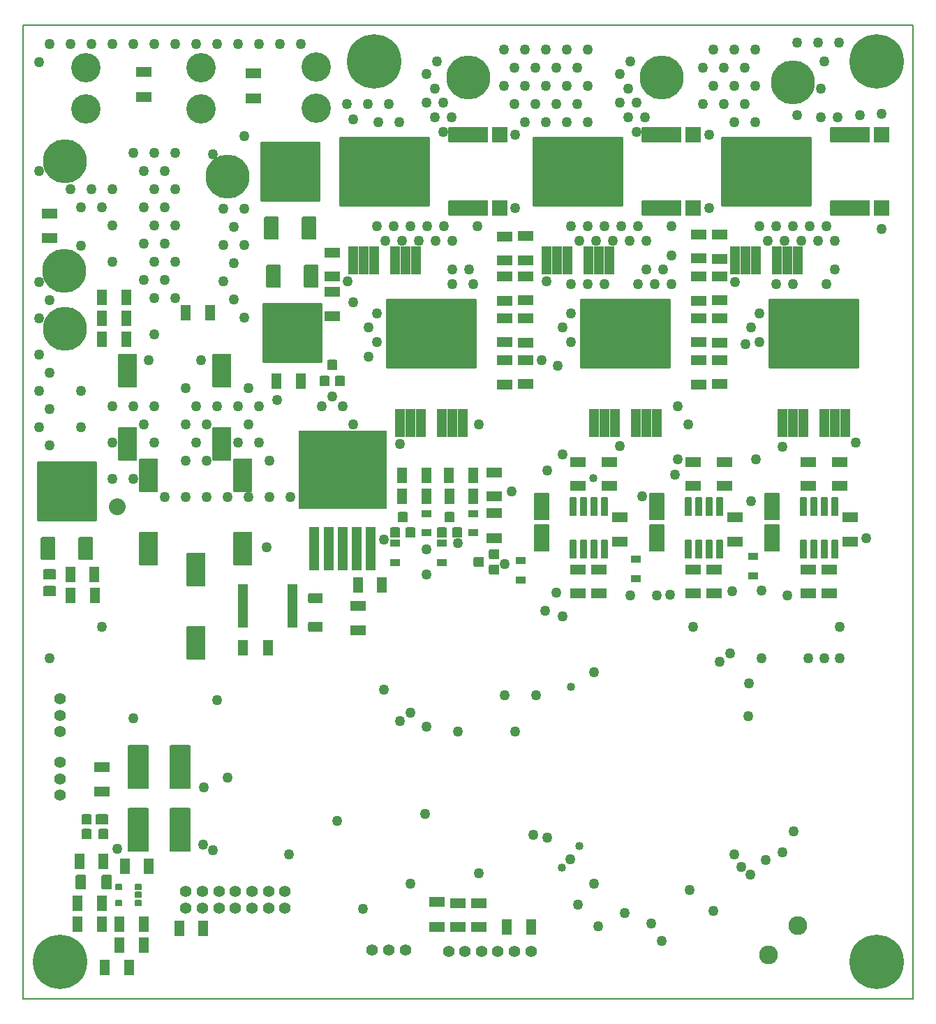
<source format=gbr>
G04 PROTEUS GERBER X2 FILE*
%TF.GenerationSoftware,Labcenter,Proteus,8.7-SP3-Build25561*%
%TF.CreationDate,2021-06-23T20:43:36+00:00*%
%TF.FileFunction,Soldermask,Top*%
%TF.FilePolarity,Negative*%
%TF.Part,Single*%
%TF.SameCoordinates,{72a0a031-abb8-4097-8df3-996e39d3871e}*%
%FSLAX45Y45*%
%MOMM*%
G01*
%TA.AperFunction,Material*%
%ADD74C,1.270000*%
%ADD75C,2.032000*%
%ADD76C,1.016000*%
%AMPPAD067*
4,1,36,
-0.457200,1.727200,
0.457200,1.727200,
0.483170,1.724670,
0.507180,1.717400,
0.528780,1.705850,
0.547490,1.690490,
0.562850,1.671770,
0.574400,1.650180,
0.581670,1.626170,
0.584200,1.600200,
0.584200,-1.600200,
0.581670,-1.626170,
0.574400,-1.650180,
0.562850,-1.671770,
0.547490,-1.690490,
0.528780,-1.705850,
0.507180,-1.717400,
0.483170,-1.724670,
0.457200,-1.727200,
-0.457200,-1.727200,
-0.483170,-1.724670,
-0.507180,-1.717400,
-0.528780,-1.705850,
-0.547490,-1.690490,
-0.562850,-1.671770,
-0.574400,-1.650180,
-0.581670,-1.626170,
-0.584200,-1.600200,
-0.584200,1.600200,
-0.581670,1.626170,
-0.574400,1.650180,
-0.562850,1.671770,
-0.547490,1.690490,
-0.528780,1.705850,
-0.507180,1.717400,
-0.483170,1.724670,
-0.457200,1.727200,
0*%
%TA.AperFunction,Material*%
%ADD77PPAD067*%
%AMPPAD068*
4,1,36,
-5.397500,4.203700,
5.397500,4.203700,
5.423470,4.201170,
5.447480,4.193900,
5.469080,4.182350,
5.487790,4.166990,
5.503150,4.148270,
5.514700,4.126680,
5.521970,4.102670,
5.524500,4.076700,
5.524500,-4.076700,
5.521970,-4.102670,
5.514700,-4.126680,
5.503150,-4.148270,
5.487790,-4.166990,
5.469080,-4.182350,
5.447480,-4.193900,
5.423470,-4.201170,
5.397500,-4.203700,
-5.397500,-4.203700,
-5.423470,-4.201170,
-5.447480,-4.193900,
-5.469080,-4.182350,
-5.487790,-4.166990,
-5.503150,-4.148270,
-5.514700,-4.126680,
-5.521970,-4.102670,
-5.524500,-4.076700,
-5.524500,4.076700,
-5.521970,4.102670,
-5.514700,4.126680,
-5.503150,4.148270,
-5.487790,4.166990,
-5.469080,4.182350,
-5.447480,4.193900,
-5.423470,4.201170,
-5.397500,4.203700,
0*%
%ADD78PPAD068*%
%AMPPAD069*
4,1,36,
2.413000,0.825500,
2.413000,-0.825500,
2.410470,-0.851470,
2.403200,-0.875480,
2.391650,-0.897080,
2.376290,-0.915790,
2.357570,-0.931150,
2.335980,-0.942700,
2.311970,-0.949970,
2.286000,-0.952500,
-2.286000,-0.952500,
-2.311970,-0.949970,
-2.335980,-0.942700,
-2.357570,-0.931150,
-2.376290,-0.915790,
-2.391650,-0.897080,
-2.403200,-0.875480,
-2.410470,-0.851470,
-2.413000,-0.825500,
-2.413000,0.825500,
-2.410470,0.851470,
-2.403200,0.875480,
-2.391650,0.897080,
-2.376290,0.915790,
-2.357570,0.931150,
-2.335980,0.942700,
-2.311970,0.949970,
-2.286000,0.952500,
2.286000,0.952500,
2.311970,0.949970,
2.335980,0.942700,
2.357570,0.931150,
2.376290,0.915790,
2.391650,0.897080,
2.403200,0.875480,
2.410470,0.851470,
2.413000,0.825500,
0*%
%TA.AperFunction,Material*%
%ADD79PPAD069*%
%AMPPAD070*
4,1,36,
0.952500,0.825500,
0.952500,-0.825500,
0.949970,-0.851470,
0.942700,-0.875480,
0.931150,-0.897080,
0.915790,-0.915790,
0.897070,-0.931150,
0.875480,-0.942700,
0.851470,-0.949970,
0.825500,-0.952500,
-0.825500,-0.952500,
-0.851470,-0.949970,
-0.875480,-0.942700,
-0.897070,-0.931150,
-0.915790,-0.915790,
-0.931150,-0.897080,
-0.942700,-0.875480,
-0.949970,-0.851470,
-0.952500,-0.825500,
-0.952500,0.825500,
-0.949970,0.851470,
-0.942700,0.875480,
-0.931150,0.897080,
-0.915790,0.915790,
-0.897070,0.931150,
-0.875480,0.942700,
-0.851470,0.949970,
-0.825500,0.952500,
0.825500,0.952500,
0.851470,0.949970,
0.875480,0.942700,
0.897070,0.931150,
0.915790,0.915790,
0.931150,0.897080,
0.942700,0.875480,
0.949970,0.851470,
0.952500,0.825500,
0*%
%ADD80PPAD070*%
%TA.AperFunction,Material*%
%ADD81C,5.334000*%
%AMPPAD072*
4,1,36,
3.492500,-3.619500,
-3.492500,-3.619500,
-3.518470,-3.616970,
-3.542480,-3.609700,
-3.564080,-3.598150,
-3.582790,-3.582790,
-3.598150,-3.564070,
-3.609700,-3.542480,
-3.616970,-3.518470,
-3.619500,-3.492500,
-3.619500,3.492500,
-3.616970,3.518470,
-3.609700,3.542480,
-3.598150,3.564070,
-3.582790,3.582790,
-3.564080,3.598150,
-3.542480,3.609700,
-3.518470,3.616970,
-3.492500,3.619500,
3.492500,3.619500,
3.518470,3.616970,
3.542480,3.609700,
3.564080,3.598150,
3.582790,3.582790,
3.598150,3.564070,
3.609700,3.542480,
3.616970,3.518470,
3.619500,3.492500,
3.619500,-3.492500,
3.616970,-3.518470,
3.609700,-3.542480,
3.598150,-3.564070,
3.582790,-3.582790,
3.564080,-3.598150,
3.542480,-3.609700,
3.518470,-3.616970,
3.492500,-3.619500,
0*%
%TA.AperFunction,Material*%
%ADD82PPAD072*%
%AMPPAD073*
4,1,36,
0.762000,-1.397000,
-0.762000,-1.397000,
-0.787970,-1.394470,
-0.811980,-1.387200,
-0.833580,-1.375650,
-0.852290,-1.360290,
-0.867650,-1.341570,
-0.879200,-1.319980,
-0.886470,-1.295970,
-0.889000,-1.270000,
-0.889000,1.270000,
-0.886470,1.295970,
-0.879200,1.319980,
-0.867650,1.341570,
-0.852290,1.360290,
-0.833580,1.375650,
-0.811980,1.387200,
-0.787970,1.394470,
-0.762000,1.397000,
0.762000,1.397000,
0.787970,1.394470,
0.811980,1.387200,
0.833580,1.375650,
0.852290,1.360290,
0.867650,1.341570,
0.879200,1.319980,
0.886470,1.295970,
0.889000,1.270000,
0.889000,-1.270000,
0.886470,-1.295970,
0.879200,-1.319980,
0.867650,-1.341570,
0.852290,-1.360290,
0.833580,-1.375650,
0.811980,-1.387200,
0.787970,-1.394470,
0.762000,-1.397000,
0*%
%ADD83PPAD073*%
%AMPPAD074*
4,1,36,
-1.016000,2.032000,
1.016000,2.032000,
1.041970,2.029470,
1.065980,2.022200,
1.087580,2.010650,
1.106290,1.995290,
1.121650,1.976570,
1.133200,1.954980,
1.140470,1.930970,
1.143000,1.905000,
1.143000,-1.905000,
1.140470,-1.930970,
1.133200,-1.954980,
1.121650,-1.976570,
1.106290,-1.995290,
1.087580,-2.010650,
1.065980,-2.022200,
1.041970,-2.029470,
1.016000,-2.032000,
-1.016000,-2.032000,
-1.041970,-2.029470,
-1.065980,-2.022200,
-1.087580,-2.010650,
-1.106290,-1.995290,
-1.121650,-1.976570,
-1.133200,-1.954980,
-1.140470,-1.930970,
-1.143000,-1.905000,
-1.143000,1.905000,
-1.140470,1.930970,
-1.133200,1.954980,
-1.121650,1.976570,
-1.106290,1.995290,
-1.087580,2.010650,
-1.065980,2.022200,
-1.041970,2.029470,
-1.016000,2.032000,
0*%
%TA.AperFunction,Material*%
%ADD84PPAD074*%
%AMPPAD075*
4,1,36,
-0.762000,-0.508000,
-0.762000,0.508000,
-0.759470,0.533970,
-0.752200,0.557980,
-0.740650,0.579580,
-0.725290,0.598290,
-0.706570,0.613650,
-0.684980,0.625200,
-0.660970,0.632470,
-0.635000,0.635000,
0.635000,0.635000,
0.660970,0.632470,
0.684980,0.625200,
0.706570,0.613650,
0.725290,0.598290,
0.740650,0.579580,
0.752200,0.557980,
0.759470,0.533970,
0.762000,0.508000,
0.762000,-0.508000,
0.759470,-0.533970,
0.752200,-0.557980,
0.740650,-0.579580,
0.725290,-0.598290,
0.706570,-0.613650,
0.684980,-0.625200,
0.660970,-0.632470,
0.635000,-0.635000,
-0.635000,-0.635000,
-0.660970,-0.632470,
-0.684980,-0.625200,
-0.706570,-0.613650,
-0.725290,-0.598290,
-0.740650,-0.579580,
-0.752200,-0.557980,
-0.759470,-0.533970,
-0.762000,-0.508000,
0*%
%ADD85PPAD075*%
%AMPPAD076*
4,1,4,
-0.571500,0.901700,
0.571500,0.901700,
0.571500,-0.901700,
-0.571500,-0.901700,
-0.571500,0.901700,
0*%
%ADD86PPAD076*%
%AMPPAD077*
4,1,4,
-0.571500,2.603500,
0.571500,2.603500,
0.571500,-2.603500,
-0.571500,-2.603500,
-0.571500,2.603500,
0*%
%TA.AperFunction,Material*%
%ADD87PPAD077*%
%AMPPAD078*
4,1,4,
-5.372100,-4.775200,
-5.372100,4.775200,
5.372100,4.775200,
5.372100,-4.775200,
-5.372100,-4.775200,
0*%
%ADD88PPAD078*%
%AMPPAD079*
4,1,4,
0.596900,-2.654300,
-0.596900,-2.654300,
-0.596900,2.654300,
0.596900,2.654300,
0.596900,-2.654300,
0*%
%TA.AperFunction,Material*%
%ADD89PPAD079*%
%AMPPAD080*
4,1,36,
-0.889000,-0.444500,
-0.889000,0.444500,
-0.886470,0.470470,
-0.879200,0.494480,
-0.867650,0.516080,
-0.852290,0.534790,
-0.833570,0.550150,
-0.811980,0.561700,
-0.787970,0.568970,
-0.762000,0.571500,
0.762000,0.571500,
0.787970,0.568970,
0.811980,0.561700,
0.833570,0.550150,
0.852290,0.534790,
0.867650,0.516080,
0.879200,0.494480,
0.886470,0.470470,
0.889000,0.444500,
0.889000,-0.444500,
0.886470,-0.470470,
0.879200,-0.494480,
0.867650,-0.516080,
0.852290,-0.534790,
0.833570,-0.550150,
0.811980,-0.561700,
0.787970,-0.568970,
0.762000,-0.571500,
-0.762000,-0.571500,
-0.787970,-0.568970,
-0.811980,-0.561700,
-0.833570,-0.550150,
-0.852290,-0.534790,
-0.867650,-0.516080,
-0.879200,-0.494480,
-0.886470,-0.470470,
-0.889000,-0.444500,
0*%
%ADD90PPAD080*%
%AMPPAD081*
4,1,4,
0.901700,0.571500,
0.901700,-0.571500,
-0.901700,-0.571500,
-0.901700,0.571500,
0.901700,0.571500,
0*%
%ADD91PPAD081*%
%AMPPAD082*
4,1,36,
0.444500,-0.635000,
-0.444500,-0.635000,
-0.470470,-0.632470,
-0.494480,-0.625200,
-0.516080,-0.613650,
-0.534790,-0.598290,
-0.550150,-0.579570,
-0.561700,-0.557980,
-0.568970,-0.533970,
-0.571500,-0.508000,
-0.571500,0.508000,
-0.568970,0.533970,
-0.561700,0.557980,
-0.550150,0.579570,
-0.534790,0.598290,
-0.516080,0.613650,
-0.494480,0.625200,
-0.470470,0.632470,
-0.444500,0.635000,
0.444500,0.635000,
0.470470,0.632470,
0.494480,0.625200,
0.516080,0.613650,
0.534790,0.598290,
0.550150,0.579570,
0.561700,0.557980,
0.568970,0.533970,
0.571500,0.508000,
0.571500,-0.508000,
0.568970,-0.533970,
0.561700,-0.557980,
0.550150,-0.579570,
0.534790,-0.598290,
0.516080,-0.613650,
0.494480,-0.625200,
0.470470,-0.632470,
0.444500,-0.635000,
0*%
%TA.AperFunction,Material*%
%ADD92PPAD082*%
%AMPPAD083*
4,1,36,
0.317500,-1.143000,
-0.317500,-1.143000,
-0.343470,-1.140470,
-0.367480,-1.133200,
-0.389080,-1.121650,
-0.407790,-1.106290,
-0.423150,-1.087570,
-0.434700,-1.065980,
-0.441970,-1.041970,
-0.444500,-1.016000,
-0.444500,1.016000,
-0.441970,1.041970,
-0.434700,1.065980,
-0.423150,1.087570,
-0.407790,1.106290,
-0.389080,1.121650,
-0.367480,1.133200,
-0.343470,1.140470,
-0.317500,1.143000,
0.317500,1.143000,
0.343470,1.140470,
0.367480,1.133200,
0.389080,1.121650,
0.407790,1.106290,
0.423150,1.087570,
0.434700,1.065980,
0.441970,1.041970,
0.444500,1.016000,
0.444500,-1.016000,
0.441970,-1.041970,
0.434700,-1.065980,
0.423150,-1.087570,
0.407790,-1.106290,
0.389080,-1.121650,
0.367480,-1.133200,
0.343470,-1.140470,
0.317500,-1.143000,
0*%
%TA.AperFunction,Material*%
%ADD93PPAD083*%
%AMPPAD084*
4,1,36,
-0.825500,1.651000,
0.825500,1.651000,
0.851470,1.648470,
0.875480,1.641200,
0.897080,1.629650,
0.915790,1.614290,
0.931150,1.595570,
0.942700,1.573980,
0.949970,1.549970,
0.952500,1.524000,
0.952500,-1.524000,
0.949970,-1.549970,
0.942700,-1.573980,
0.931150,-1.595570,
0.915790,-1.614290,
0.897080,-1.629650,
0.875480,-1.641200,
0.851470,-1.648470,
0.825500,-1.651000,
-0.825500,-1.651000,
-0.851470,-1.648470,
-0.875480,-1.641200,
-0.897080,-1.629650,
-0.915790,-1.614290,
-0.931150,-1.595570,
-0.942700,-1.573980,
-0.949970,-1.549970,
-0.952500,-1.524000,
-0.952500,1.524000,
-0.949970,1.549970,
-0.942700,1.573980,
-0.931150,1.595570,
-0.915790,1.614290,
-0.897080,1.629650,
-0.875480,1.641200,
-0.851470,1.648470,
-0.825500,1.651000,
0*%
%TA.AperFunction,Material*%
%ADD94PPAD084*%
%AMPPAD085*
4,1,36,
0.571500,0.317500,
0.571500,-0.317500,
0.568970,-0.343470,
0.561700,-0.367480,
0.550150,-0.389080,
0.534790,-0.407790,
0.516070,-0.423150,
0.494480,-0.434700,
0.470470,-0.441970,
0.444500,-0.444500,
-0.444500,-0.444500,
-0.470470,-0.441970,
-0.494480,-0.434700,
-0.516070,-0.423150,
-0.534790,-0.407790,
-0.550150,-0.389080,
-0.561700,-0.367480,
-0.568970,-0.343470,
-0.571500,-0.317500,
-0.571500,0.317500,
-0.568970,0.343470,
-0.561700,0.367480,
-0.550150,0.389080,
-0.534790,0.407790,
-0.516070,0.423150,
-0.494480,0.434700,
-0.470470,0.441970,
-0.444500,0.444500,
0.444500,0.444500,
0.470470,0.441970,
0.494480,0.434700,
0.516070,0.423150,
0.534790,0.407790,
0.550150,0.389080,
0.561700,0.367480,
0.568970,0.343470,
0.571500,0.317500,
0*%
%ADD95PPAD085*%
%AMPPAD086*
4,1,36,
0.635000,0.444500,
0.635000,-0.444500,
0.632470,-0.470470,
0.625200,-0.494480,
0.613650,-0.516080,
0.598290,-0.534790,
0.579570,-0.550150,
0.557980,-0.561700,
0.533970,-0.568970,
0.508000,-0.571500,
-0.508000,-0.571500,
-0.533970,-0.568970,
-0.557980,-0.561700,
-0.579570,-0.550150,
-0.598290,-0.534790,
-0.613650,-0.516080,
-0.625200,-0.494480,
-0.632470,-0.470470,
-0.635000,-0.444500,
-0.635000,0.444500,
-0.632470,0.470470,
-0.625200,0.494480,
-0.613650,0.516080,
-0.598290,0.534790,
-0.579570,0.550150,
-0.557980,0.561700,
-0.533970,0.568970,
-0.508000,0.571500,
0.508000,0.571500,
0.533970,0.568970,
0.557980,0.561700,
0.579570,0.550150,
0.598290,0.534790,
0.613650,0.516080,
0.625200,0.494480,
0.632470,0.470470,
0.635000,0.444500,
0*%
%TA.AperFunction,Material*%
%ADD96PPAD086*%
%TA.AperFunction,Material*%
%ADD97C,2.286000*%
%TA.AperFunction,Material*%
%ADD98C,1.397000*%
%TA.AperFunction,Material*%
%ADD99C,3.556000*%
%AMPPAD090*
4,1,36,
-0.444500,-0.254000,
-0.444500,0.254000,
-0.441970,0.279970,
-0.434700,0.303980,
-0.423150,0.325580,
-0.407790,0.344290,
-0.389070,0.359650,
-0.367480,0.371200,
-0.343470,0.378470,
-0.317500,0.381000,
0.317500,0.381000,
0.343470,0.378470,
0.367480,0.371200,
0.389070,0.359650,
0.407790,0.344290,
0.423150,0.325580,
0.434700,0.303980,
0.441970,0.279970,
0.444500,0.254000,
0.444500,-0.254000,
0.441970,-0.279970,
0.434700,-0.303980,
0.423150,-0.325580,
0.407790,-0.344290,
0.389070,-0.359650,
0.367480,-0.371200,
0.343470,-0.378470,
0.317500,-0.381000,
-0.317500,-0.381000,
-0.343470,-0.378470,
-0.367480,-0.371200,
-0.389070,-0.359650,
-0.407790,-0.344290,
-0.423150,-0.325580,
-0.434700,-0.303980,
-0.441970,-0.279970,
-0.444500,-0.254000,
0*%
%TA.AperFunction,Material*%
%ADD100PPAD090*%
%AMPPAD091*
4,1,36,
-0.508000,0.889000,
0.508000,0.889000,
0.533970,0.886470,
0.557980,0.879200,
0.579580,0.867650,
0.598290,0.852290,
0.613650,0.833570,
0.625200,0.811980,
0.632470,0.787970,
0.635000,0.762000,
0.635000,-0.762000,
0.632470,-0.787970,
0.625200,-0.811980,
0.613650,-0.833570,
0.598290,-0.852290,
0.579580,-0.867650,
0.557980,-0.879200,
0.533970,-0.886470,
0.508000,-0.889000,
-0.508000,-0.889000,
-0.533970,-0.886470,
-0.557980,-0.879200,
-0.579580,-0.867650,
-0.598290,-0.852290,
-0.613650,-0.833570,
-0.625200,-0.811980,
-0.632470,-0.787970,
-0.635000,-0.762000,
-0.635000,0.762000,
-0.632470,0.787970,
-0.625200,0.811980,
-0.613650,0.833570,
-0.598290,0.852290,
-0.579580,0.867650,
-0.557980,0.879200,
-0.533970,0.886470,
-0.508000,0.889000,
0*%
%TA.AperFunction,Material*%
%ADD101PPAD091*%
%AMPPAD092*
4,1,36,
1.143000,-2.667000,
-1.143000,-2.667000,
-1.168970,-2.664470,
-1.192980,-2.657200,
-1.214580,-2.645650,
-1.233290,-2.630290,
-1.248650,-2.611570,
-1.260200,-2.589980,
-1.267470,-2.565970,
-1.270000,-2.540000,
-1.270000,2.540000,
-1.267470,2.565970,
-1.260200,2.589980,
-1.248650,2.611570,
-1.233290,2.630290,
-1.214580,2.645650,
-1.192980,2.657200,
-1.168970,2.664470,
-1.143000,2.667000,
1.143000,2.667000,
1.168970,2.664470,
1.192980,2.657200,
1.214580,2.645650,
1.233290,2.630290,
1.248650,2.611570,
1.260200,2.589980,
1.267470,2.565970,
1.270000,2.540000,
1.270000,-2.540000,
1.267470,-2.565970,
1.260200,-2.589980,
1.248650,-2.611570,
1.233290,-2.630290,
1.214580,-2.645650,
1.192980,-2.657200,
1.168970,-2.664470,
1.143000,-2.667000,
0*%
%TA.AperFunction,Material*%
%ADD102PPAD092*%
%TA.AperFunction,Material*%
%ADD103C,6.604000*%
%TA.AperFunction,Profile*%
%ADD47C,0.203200*%
%TD.AperFunction*%
D74*
X+3225800Y+1174750D03*
X+3479800Y+1174750D03*
X+5257800Y+1174750D03*
X+5511800Y+1174750D03*
X+5765800Y+1174750D03*
X+7543800Y+1174750D03*
X+7797800Y+1174750D03*
X+3098800Y+1394720D03*
X+3352800Y+1394720D03*
X+4876800Y+1394720D03*
X+5130800Y+1394720D03*
X+5384800Y+1394720D03*
X+5638800Y+1394720D03*
X+7162800Y+1394720D03*
X+7416800Y+1394720D03*
X+7670800Y+1394720D03*
X+4749800Y+1614690D03*
X+5003800Y+1614690D03*
X+5257800Y+1614690D03*
X+5511800Y+1614690D03*
X+5765800Y+1614690D03*
X+7289800Y+1614690D03*
X+7543800Y+1614690D03*
X+7797800Y+1614690D03*
X+4876800Y+1834660D03*
X+5130800Y+1834660D03*
X+5384800Y+1834660D03*
X+5638800Y+1834660D03*
X+7162800Y+1834660D03*
X+7416800Y+1834660D03*
X+7670800Y+1834660D03*
X+4749800Y+2054630D03*
X+5003800Y+2054630D03*
X+5257800Y+2054630D03*
X+5511800Y+2054630D03*
X+5765800Y+2054630D03*
X+7289800Y+2054630D03*
X+7543800Y+2054630D03*
X+7797800Y+2054630D03*
X+5562600Y-1497654D03*
X+5461000Y-1321678D03*
X+5562600Y-1145702D03*
X+5562600Y-793750D03*
X+5765800Y-793750D03*
X+5969000Y-793750D03*
X+6375400Y-793750D03*
X+6578600Y-793750D03*
X+6781800Y-793750D03*
X+6477000Y-617774D03*
X+6680200Y-617774D03*
X+6781800Y-441798D03*
X+5664200Y-265822D03*
X+5867400Y-265822D03*
X+6070600Y-265822D03*
X+6273800Y-265822D03*
X+6477000Y-265822D03*
X+5562600Y-89846D03*
X+5765800Y-89846D03*
X+5969000Y-89846D03*
X+6172200Y-89846D03*
X+6375400Y-89846D03*
X+6781800Y-89846D03*
X+7848600Y-1497654D03*
X+7747000Y-1321678D03*
X+7848600Y-1145702D03*
X+8051800Y-793750D03*
X+8255000Y-793750D03*
X+8661400Y-793750D03*
X+8763000Y-617774D03*
X+7950200Y-265822D03*
X+8153400Y-265822D03*
X+8356600Y-265822D03*
X+8559800Y-265822D03*
X+8763000Y-265822D03*
X+7848600Y-89846D03*
X+8051800Y-89846D03*
X+8255000Y-89846D03*
X+8458200Y-89846D03*
X+8661400Y-89846D03*
X+3213100Y-1497654D03*
X+3111500Y-1321678D03*
X+3213100Y-1145702D03*
X+4127500Y-617774D03*
X+4330700Y-617774D03*
X+3314700Y-265822D03*
X+3517900Y-265822D03*
X+3721100Y-265822D03*
X+3924300Y-265822D03*
X+4127500Y-265822D03*
X+3213100Y-89846D03*
X+3416300Y-89846D03*
X+3619500Y-89846D03*
X+3822700Y-89846D03*
X+4025900Y-89846D03*
X+4432300Y-89846D03*
X+4013200Y+1052310D03*
X+3911600Y+1228286D03*
X+4114800Y+1228286D03*
X+3810000Y+1404262D03*
X+4013200Y+1404262D03*
X+3911600Y+1580238D03*
X+3810000Y+1756214D03*
X+3937000Y+1905000D03*
X+8597900Y+1228286D03*
X+8801100Y+1228286D03*
X+8597900Y+1580238D03*
X+8636000Y+1905000D03*
X+6363969Y+1052310D03*
X+6262369Y+1228286D03*
X+6465569Y+1228286D03*
X+6160769Y+1404262D03*
X+6363969Y+1404262D03*
X+6262369Y+1580238D03*
X+6160769Y+1756214D03*
X+6286500Y+1905000D03*
X+7747000Y-3429000D03*
X+6428649Y-3363510D03*
X+9144000Y-3873500D03*
X+3111500Y-1673630D03*
X+4127500Y-793750D03*
X+4381500Y-793750D03*
X+5003800Y+1174750D03*
X-127000Y-4953000D03*
D75*
X+63500Y-3492500D03*
D74*
X+1870921Y-3983646D03*
X+1599186Y-1195100D03*
X+1472186Y-975130D03*
X+1345186Y-755160D03*
X+1472186Y-535190D03*
X+1345186Y-315220D03*
X+1599186Y-315220D03*
X+1472186Y-95250D03*
X+1345186Y+124720D03*
X+1599186Y+124720D03*
X+1218186Y+784630D03*
X+1599186Y+1004600D03*
X-762000Y-2746780D03*
X-889000Y-2526810D03*
X-381000Y-2526810D03*
X-762000Y-2306840D03*
X-889000Y-2086870D03*
X-381000Y-2086870D03*
X-762000Y-1866900D03*
X-889000Y-1646930D03*
X-889000Y-1206990D03*
X-762000Y-987020D03*
X-889000Y-767050D03*
X-381000Y-327110D03*
X+2844800Y+1394720D03*
X+8305800Y+1257545D03*
X+9067800Y+1257545D03*
X+8305800Y+2137425D03*
X+8559800Y+2137425D03*
X+8813800Y+2137425D03*
D76*
X+5837110Y-3144357D03*
X+5270500Y-3048000D03*
X+3302000Y-5715000D03*
X+7728521Y-5632686D03*
X+5456700Y-7874734D03*
X+5569161Y-5681557D03*
D74*
X+2921000Y+1206500D03*
X+4889500Y+1016000D03*
X+4889500Y+127000D03*
X+2857500Y-762000D03*
X+444500Y-1714500D03*
X+1079500Y-1714500D03*
X+2667000Y-2159000D03*
X+3492500Y-2730500D03*
X+5270500Y-762000D03*
X+9334500Y-127000D03*
X+9334500Y+1270000D03*
X+7556500Y-771119D03*
X+7239000Y+1016000D03*
X+7239000Y+127000D03*
X+7683500Y-1524000D03*
X+5207000Y-1714500D03*
X+6159500Y-2756319D03*
X+6858000Y-2921000D03*
X+7810500Y-2921000D03*
X+8130124Y-2765437D03*
X+9016592Y-2712654D03*
X+5461000Y-2857500D03*
X+5274900Y-3052400D03*
X+4842626Y-3311415D03*
X+6830053Y-3107255D03*
X+4191000Y-3937000D03*
X+4762500Y-4191000D03*
X+3300258Y-3889179D03*
X+1998796Y-2196106D03*
X+257824Y-6055893D03*
X+3300258Y-5713258D03*
X+3492500Y-6096000D03*
X+3621347Y-5992131D03*
X+1114864Y-6895947D03*
X+3041830Y-8368317D03*
X+3796742Y-7221787D03*
X+5108251Y-7477050D03*
X+5275203Y-7507387D03*
X+5651500Y-8318500D03*
X+5897832Y-8584805D03*
X+5847931Y-5496261D03*
X+5384021Y-4535575D03*
X+5253034Y-4755962D03*
X+5461000Y-4826000D03*
X+6286500Y-4572000D03*
X+6604000Y-4572000D03*
X+7519052Y-4519896D03*
X+7874000Y-4508500D03*
X+8636000Y-5334000D03*
X+8445500Y-5334000D03*
X+7930743Y-7773916D03*
X+8128000Y-7683500D03*
X+8264818Y-7429067D03*
X+7548436Y-7708194D03*
X+7630827Y-7859220D03*
X+7744835Y-7957584D03*
X+3810000Y-6159500D03*
X+5842000Y-8064500D03*
X+7493000Y-5270500D03*
X+7366836Y-5371819D03*
X+2148416Y-7711403D03*
X+3811743Y-4009908D03*
X+3810000Y-4318000D03*
X+6667500Y-8763000D03*
X+6214797Y-8425182D03*
X+3619500Y-8064500D03*
X+4445000Y-7937500D03*
X+1219412Y-7660924D03*
X+1270000Y-5842000D03*
X+2730500Y-7302500D03*
X+7001866Y-8138590D03*
X+6535347Y-8548492D03*
X-762000Y-5334000D03*
X+7296770Y-8399453D03*
X+6765489Y-4563361D03*
D76*
X+5670519Y-7606818D03*
D74*
X+8191500Y-4572000D03*
X+7874000Y-5334000D03*
X+7726841Y-5634366D03*
X+7713985Y-6031803D03*
X+5557689Y-7773118D03*
X+2921000Y-1016000D03*
X+5401014Y-1783053D03*
X+635000Y-3378275D03*
X+889000Y-3378275D03*
X+1143000Y-3378275D03*
X+1397000Y-3378275D03*
X+1651000Y-3378275D03*
X+1905000Y-3378275D03*
X+2159000Y-3378275D03*
X+0Y-3158305D03*
X+254000Y-3158305D03*
X+889000Y-2938335D03*
X+1143000Y-2938335D03*
X+1905000Y-2938335D03*
X+0Y-2718365D03*
X+508000Y-2718365D03*
X+1016000Y-2718365D03*
X+1524000Y-2718365D03*
X+1778000Y-2718365D03*
X+381000Y-2498395D03*
X+889000Y-2498395D03*
X+1143000Y-2498395D03*
X+1651000Y-2498395D03*
X+2921000Y-2498395D03*
X+4445000Y-2498395D03*
X+6985000Y-2498395D03*
X+0Y-2278425D03*
X+254000Y-2278425D03*
X+508000Y-2278425D03*
X+1016000Y-2278425D03*
X+1270000Y-2278425D03*
X+1524000Y-2278425D03*
X+1778000Y-2278425D03*
X+2540000Y-2278425D03*
X+2794000Y-2278425D03*
X+6858000Y-2278425D03*
X+889000Y-2058455D03*
X+1651000Y-2058455D03*
X+508000Y-1398545D03*
X+508000Y-958605D03*
X+762000Y-958605D03*
X+381000Y-738635D03*
X+635000Y-738635D03*
X+0Y-518665D03*
X+508000Y-518665D03*
X+762000Y-518665D03*
X+381000Y-298695D03*
X+635000Y-298695D03*
X+0Y-78725D03*
X+508000Y-78725D03*
X+762000Y-78725D03*
X-381000Y+141245D03*
X-127000Y+141245D03*
X+381000Y+141245D03*
X+635000Y+141245D03*
X-508000Y+361215D03*
X-254000Y+361215D03*
X+0Y+361215D03*
X+508000Y+361215D03*
X+762000Y+361215D03*
X-889000Y+581185D03*
X+381000Y+581185D03*
X+635000Y+581185D03*
X+254000Y+801155D03*
X+508000Y+801155D03*
X+762000Y+801155D03*
X-889000Y+1901005D03*
X-762000Y+2120975D03*
X-508000Y+2120975D03*
X-254000Y+2120975D03*
X+0Y+2120975D03*
X+254000Y+2120975D03*
X+508000Y+2120975D03*
X+762000Y+2120975D03*
X+1016000Y+2120975D03*
X+1270000Y+2120975D03*
X+1524000Y+2120975D03*
X+1778000Y+2120975D03*
X+2032000Y+2120975D03*
X+2286000Y+2120975D03*
X+8826500Y-5334000D03*
X+8826500Y-4953000D03*
X+7048500Y-4953000D03*
X+59261Y-7642565D03*
X+1104092Y-7593726D03*
X+4762500Y-5778500D03*
X+5143500Y-5778500D03*
X+4889500Y-6223000D03*
X+4191000Y-6223000D03*
X+1402008Y-6775609D03*
D77*
X+3492500Y-2476500D03*
X+3619500Y-2476500D03*
X+3746500Y-2476500D03*
X+4000500Y-2476500D03*
X+4127500Y-2476500D03*
X+4254500Y-2476500D03*
D78*
X+3873500Y-1397000D03*
D77*
X+5270500Y-508000D03*
X+5397500Y-508000D03*
X+5524500Y-508000D03*
X+5778500Y-508000D03*
X+5905500Y-508000D03*
X+6032500Y-508000D03*
D78*
X+5651500Y+571500D03*
D77*
X+5842000Y-2476500D03*
X+5969000Y-2476500D03*
X+6096000Y-2476500D03*
X+6350000Y-2476500D03*
X+6477000Y-2476500D03*
X+6604000Y-2476500D03*
D78*
X+6223000Y-1397000D03*
D77*
X+7556500Y-508000D03*
X+7683500Y-508000D03*
X+7810500Y-508000D03*
X+8064500Y-508000D03*
X+8191500Y-508000D03*
X+8318500Y-508000D03*
D78*
X+7937500Y+571500D03*
D77*
X+8128000Y-2476500D03*
X+8255000Y-2476500D03*
X+8382000Y-2476500D03*
X+8636000Y-2476500D03*
X+8763000Y-2476500D03*
X+8890000Y-2476500D03*
D78*
X+8509000Y-1397000D03*
D77*
X+2921000Y-508000D03*
X+3048000Y-508000D03*
X+3175000Y-508000D03*
X+3429000Y-508000D03*
X+3556000Y-508000D03*
X+3683000Y-508000D03*
D78*
X+3302000Y+571500D03*
D79*
X+6667500Y+1016000D03*
X+6667500Y+127000D03*
D80*
X+7048500Y+127000D03*
X+7048500Y+1016000D03*
D79*
X+8953500Y+1016000D03*
X+8953500Y+127000D03*
D80*
X+9334500Y+127000D03*
X+9334500Y+1016000D03*
D79*
X+4318000Y+1016000D03*
X+4318000Y+127000D03*
D80*
X+4699000Y+127000D03*
X+4699000Y+1016000D03*
D81*
X+4318000Y+1714500D03*
X+6667500Y+1714500D03*
X+8255000Y+1651000D03*
D82*
X+2184400Y-1389380D03*
D83*
X+2413000Y-698500D03*
X+1955800Y-698500D03*
D82*
X+2159000Y+571500D03*
D83*
X+1930400Y-119380D03*
X+2387600Y-119380D03*
D84*
X+1333500Y-2730500D03*
X+1333500Y-1841500D03*
X+190500Y-2730500D03*
X+190500Y-1841500D03*
D82*
X-546100Y-3309620D03*
D83*
X-774700Y-4000500D03*
X-317500Y-4000500D03*
D85*
X-762000Y-4518000D03*
X-762000Y-4318000D03*
D86*
X-508000Y-4318000D03*
X-218000Y-4318000D03*
D84*
X+444500Y-3111500D03*
X+444500Y-4000500D03*
D87*
X+2453640Y-4000500D03*
X+2623820Y-4000500D03*
X+2794000Y-4000500D03*
X+2964180Y-4000500D03*
X+3134360Y-4000500D03*
D88*
X+2794000Y-3048000D03*
D89*
X+2187500Y-4699000D03*
X+1587500Y-4699000D03*
D90*
X+2469837Y-4946337D03*
X+2469837Y-4606337D03*
D84*
X+1587500Y-3111500D03*
X+1587500Y-4000500D03*
D86*
X-508000Y-4572000D03*
X-208000Y-4572000D03*
D91*
X+2984500Y-4699000D03*
X+2984500Y-4989000D03*
D86*
X+3274500Y-4445000D03*
X+2984500Y-4445000D03*
X+173000Y-1460500D03*
X-127000Y-1460500D03*
X+173000Y-952500D03*
X-127000Y-952500D03*
X+173000Y-1206500D03*
X-127000Y-1206500D03*
D91*
X+381000Y+1778000D03*
X+381000Y+1478000D03*
X+1714500Y+1760500D03*
X+1714500Y+1460500D03*
D86*
X+889000Y-1143000D03*
X+1189000Y-1143000D03*
D81*
X-571500Y+698500D03*
X-571500Y-1333500D03*
D91*
X+2667000Y-698500D03*
X+2667000Y-408500D03*
D86*
X+2286000Y-1968500D03*
X+1996000Y-1968500D03*
D91*
X+2667000Y-1179000D03*
X+2667000Y-889000D03*
D92*
X+2667000Y-1778000D03*
X+2573020Y-1968500D03*
X+2760980Y-1968500D03*
D86*
X+1887500Y-5207000D03*
X+1587500Y-5207000D03*
D91*
X+6032500Y-2948500D03*
X+6032500Y-3238500D03*
X+5651500Y-2948500D03*
X+5651500Y-3238500D03*
D93*
X+5588000Y-4013200D03*
X+5715000Y-4013200D03*
X+5842000Y-4013200D03*
X+5969000Y-4013200D03*
X+5969000Y-3492500D03*
X+5842000Y-3492500D03*
X+5715000Y-3492500D03*
X+5588000Y-3492500D03*
X+6985000Y-4013200D03*
X+7112000Y-4013200D03*
X+7239000Y-4013200D03*
X+7366000Y-4013200D03*
X+7366000Y-3492500D03*
X+7239000Y-3492500D03*
X+7112000Y-3492500D03*
X+6985000Y-3492500D03*
X+8382000Y-4013200D03*
X+8509000Y-4013200D03*
X+8636000Y-4013200D03*
X+8763000Y-4013200D03*
X+8763000Y-3492500D03*
X+8636000Y-3492500D03*
X+8509000Y-3492500D03*
X+8382000Y-3492500D03*
D91*
X+7048500Y-2948500D03*
X+7048500Y-3238500D03*
D94*
X+5207000Y-3492500D03*
X+5207000Y-3873500D03*
X+6604000Y-3492500D03*
X+6604000Y-3873500D03*
X+8001000Y-3492500D03*
X+8001000Y-3873500D03*
D95*
X+4953000Y-4381500D03*
X+4953000Y-4146550D03*
X+6350000Y-4362450D03*
X+6350000Y-4127500D03*
X+7778750Y-4330700D03*
X+7778750Y-4095750D03*
D91*
X+6159500Y-3619500D03*
X+6159500Y-3919500D03*
X+7556500Y-3619500D03*
X+7556500Y-3919500D03*
X+8953500Y-3619500D03*
X+8953500Y-3919500D03*
X+7429500Y-2948500D03*
X+7429500Y-3238500D03*
X+8445500Y-2948500D03*
X+8445500Y-3238500D03*
X+8826500Y-2948500D03*
X+8826500Y-3238500D03*
X+8445500Y-4254500D03*
X+8445500Y-4544500D03*
X+8699500Y-4254500D03*
X+8699500Y-4544500D03*
X+7048500Y-4254500D03*
X+7048500Y-4544500D03*
X+7302500Y-4254500D03*
X+7302500Y-4544500D03*
X+5651500Y-4254500D03*
X+5651500Y-4544500D03*
X+5905500Y-4254500D03*
X+5905500Y-4544500D03*
X+5016500Y-698500D03*
X+5016500Y-988500D03*
X+4762500Y-218000D03*
X+4762500Y-508000D03*
X+5016500Y-1714500D03*
X+5016500Y-2004500D03*
X+4762500Y-1206500D03*
X+4762500Y-1496500D03*
X+5016500Y-208000D03*
X+5016500Y-508000D03*
X+4762500Y-698500D03*
X+4762500Y-998500D03*
X+5016500Y-1206500D03*
X+5016500Y-1506500D03*
X+4762500Y-1714500D03*
X+4762500Y-2014500D03*
X+7366000Y-190500D03*
X+7366000Y-490500D03*
X+7112000Y-698500D03*
X+7112000Y-998500D03*
X+7366000Y-1206500D03*
X+7366000Y-1506500D03*
X+7112000Y-1714500D03*
X+7112000Y-2014500D03*
X+7366000Y-698500D03*
X+7366000Y-988500D03*
X+7112000Y-190500D03*
X+7112000Y-480500D03*
X+7366000Y-1714500D03*
X+7366000Y-2004500D03*
X+7112000Y-1206500D03*
X+7112000Y-1496500D03*
D92*
X+3522980Y-3619500D03*
X+3429000Y-3810000D03*
X+3616960Y-3810000D03*
X+4094480Y-3619500D03*
X+4000500Y-3810000D03*
X+4188460Y-3810000D03*
D96*
X+4445000Y-4160520D03*
X+4635500Y-4254500D03*
X+4635500Y-4066540D03*
D95*
X+3810000Y-3575050D03*
X+3810000Y-3810000D03*
X+3429000Y-3937000D03*
X+3429000Y-4171950D03*
X+4381500Y-3575050D03*
X+4381500Y-3810000D03*
X+4000500Y-3937000D03*
X+4000500Y-4171950D03*
D86*
X+3520000Y-3365500D03*
X+3810000Y-3365500D03*
X+3520000Y-3111500D03*
X+3810000Y-3111500D03*
X+4381500Y-3365500D03*
X+4091500Y-3365500D03*
D91*
X+4635500Y-3075500D03*
X+4635500Y-3365500D03*
X+4635500Y-3873500D03*
X+4635500Y-3573500D03*
D86*
X+4381500Y-3111500D03*
X+4081500Y-3111500D03*
D97*
X+7959290Y-8931710D03*
X+8318500Y-8572500D03*
D86*
X-86347Y-9080500D03*
X+203653Y-9080500D03*
X+1105000Y-8606699D03*
X+815000Y-8606699D03*
D98*
X+2095500Y-8162199D03*
X+2095500Y-8362199D03*
X+1895500Y-8162199D03*
X+1895500Y-8362199D03*
X+1695500Y-8162199D03*
X+1695500Y-8362199D03*
X+1495500Y-8162199D03*
X+1495500Y-8362199D03*
X+1295500Y-8162199D03*
X+1295500Y-8362199D03*
X+1095500Y-8162199D03*
X+1095500Y-8362199D03*
X+895500Y-8162199D03*
X+895500Y-8362199D03*
D84*
X+1016000Y-5143500D03*
X+1016000Y-4254500D03*
D91*
X+3937000Y-8588699D03*
X+3937000Y-8288699D03*
X-762000Y+63500D03*
X-762000Y-236500D03*
D98*
X+3156000Y-8870199D03*
X+3356000Y-8870199D03*
X+3556000Y-8870199D03*
D86*
X+4790000Y-8588699D03*
X+5080000Y-8588699D03*
D91*
X+4191000Y-8298699D03*
X+4191000Y-8588699D03*
X+4445000Y-8588699D03*
X+4445000Y-8298699D03*
D98*
X+5080000Y-8890000D03*
X+4880000Y-8890000D03*
X+4680000Y-8890000D03*
X+4480000Y-8890000D03*
X+4280000Y-8890000D03*
X+4080000Y-8890000D03*
D81*
X-582734Y-635000D03*
X+1397000Y+508000D03*
D99*
X+1079500Y+1333500D03*
X+1079500Y+1833500D03*
X-317500Y+1333500D03*
X-317500Y+1833500D03*
X+2476500Y+1337500D03*
X+2476500Y+1837500D03*
D100*
X+317500Y-8298699D03*
X+317500Y-8204719D03*
X+317500Y-8108199D03*
X+78740Y-8108199D03*
X+78740Y-8298699D03*
D85*
X-127000Y-7282699D03*
D92*
X-307340Y-7282699D03*
X-307340Y-7465579D03*
X-106680Y-7465579D03*
D91*
X-127000Y-6947699D03*
X-127000Y-6647699D03*
D101*
X-378460Y-8044699D03*
X-63500Y-8044699D03*
D86*
X+381000Y-8806699D03*
X+91000Y-8806699D03*
X+91000Y-8552699D03*
X+381000Y-8552699D03*
X+154500Y-7854199D03*
X+444500Y-7854199D03*
X-396680Y-7790699D03*
X-106680Y-7790699D03*
X-417000Y-8552699D03*
X-127000Y-8552699D03*
X-127000Y-8298699D03*
X-417000Y-8298699D03*
D98*
X-635000Y-6223000D03*
X-635000Y-6023000D03*
X-635000Y-5823000D03*
X-635000Y-6994500D03*
X-635000Y-6794500D03*
X-635000Y-6594500D03*
D102*
X+317500Y-7409699D03*
X+317500Y-6647699D03*
X+825500Y-7409699D03*
X+825500Y-6647699D03*
D103*
X+9271000Y+1905000D03*
X+3175000Y+1905000D03*
X+9271000Y-9017000D03*
X-635000Y-9017000D03*
D47*
X-1079500Y-9461500D02*
X+9715500Y-9461500D01*
X+9715500Y+2349500D01*
X-1079500Y+2349500D01*
X-1079500Y-9461500D01*
M02*

</source>
